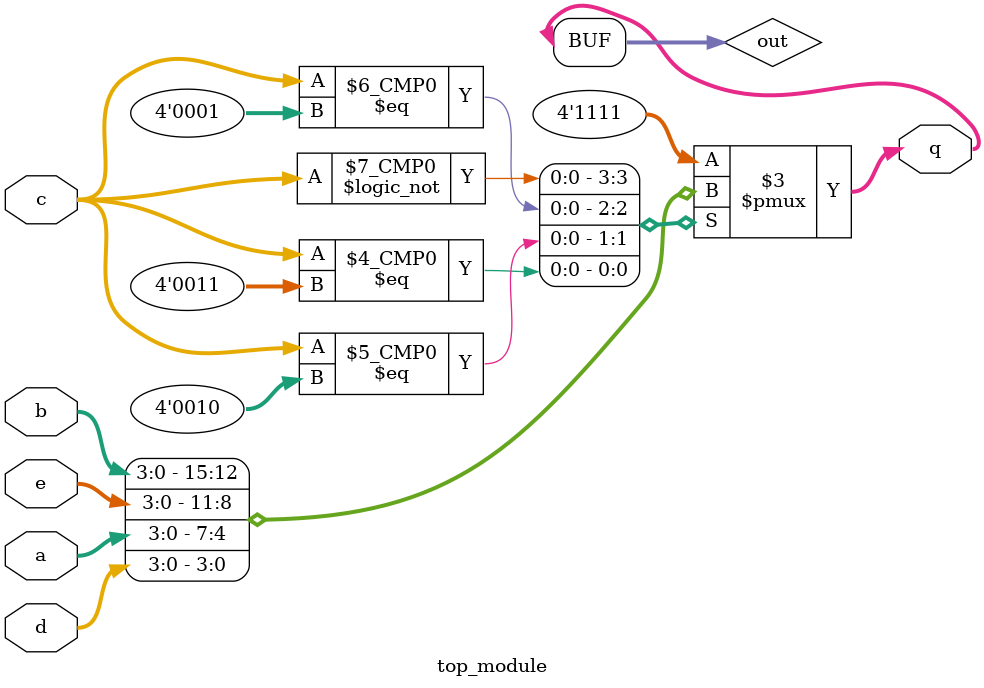
<source format=v>
module top_module (
    input [3:0] a,
    input [3:0] b,
    input [3:0] c,
    input [3:0] d,
    input [3:0] e,
    output [3:0] q );
    
    reg [3:0] out;
    
    always @* begin
        case(c)
            4'b0000: out = b;
            4'b0001: out = e;
            4'b0010: out = a;
            4'b0011: out = d;
            default: out = 4'b1111;
        endcase
    end
    assign q = out;

endmodule

</source>
